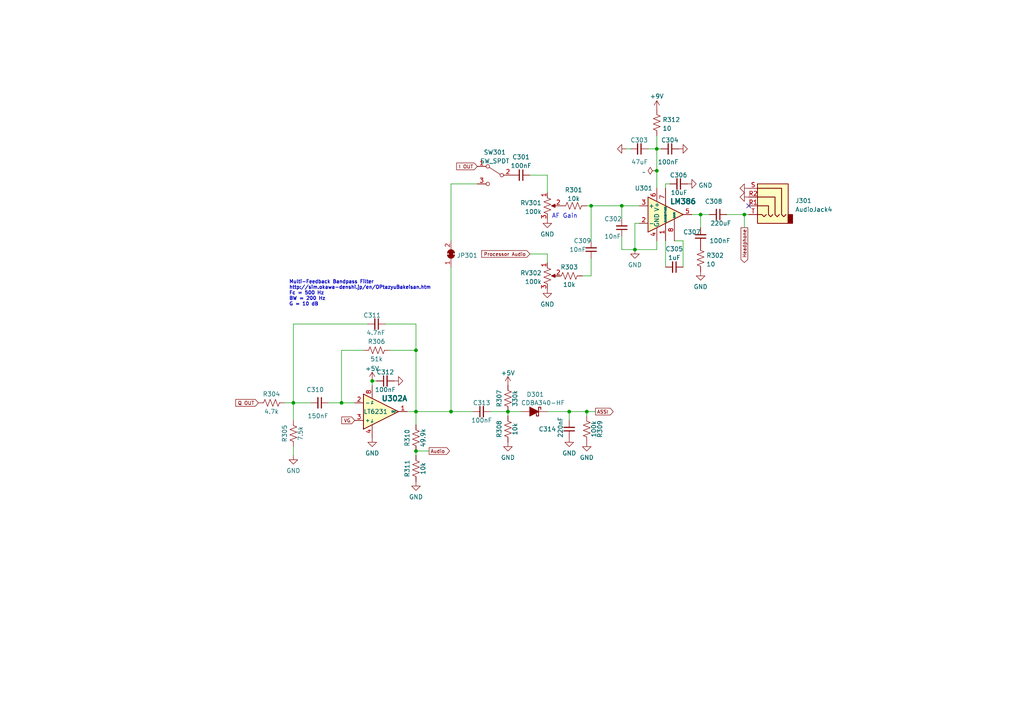
<source format=kicad_sch>
(kicad_sch (version 20211123) (generator eeschema)
  (paper "A4")
  (title_block (title "SignalSnagger") (date "2023-11-09") (rev "0.15"))
  (lib_symbols
    (symbol "Amplifier_Audio:LM386" (pin_names (offset 0.127))
      (property "Reference" "U" (at 1.27 7.62 0))
      (property "Value" "LM386" (at 1.27 5.08 0))
      (symbol "LM386_0_1"
        (polyline (pts (xy 5.08 0) (xy -5.08 5.08) (xy -5.08 -5.08) (xy 5.08 0)) (stroke (width 0.254)) (fill (type background)))
      )
      (symbol "LM386_1_1"
        (pin input line (at 0 -7.62 90) (length 5.08) (name "GAIN") (number "1"))
        (pin input line (at -7.62 -2.54 0) (length 2.54) (name "-") (number "2"))
        (pin input line (at -7.62 2.54 0) (length 2.54) (name "+") (number "3"))
        (pin power_in line (at -2.54 -7.62 90) (length 3.81) (name "GND") (number "4"))
        (pin output line (at 7.62 0 180) (length 2.54) (name "~") (number "5"))
        (pin power_in line (at -2.54 7.62 270) (length 3.81) (name "V+") (number "6"))
        (pin input line (at 0 7.62 270) (length 5.08) (name "BYPASS") (number "7"))
        (pin input line (at 2.54 -7.62 90) (length 6.35) (name "GAIN") (number "8"))
      )
    )
    (symbol "Amplifier_Operational:LT6231"
      (property "Reference" "U?" (at 5.08 5.08 0))
      (property "Value" "LT6231" (at 7.62 2.54 0))
      (symbol "LT6231_1_1"
        (polyline (pts (xy -5.08 5.08) (xy 5.08 0) (xy -5.08 -5.08) (xy -5.08 5.08)) (stroke (width 0.254)) (fill (type background)))
        (pin output line (at 7.62 0 180) (length 2.54) (name "OUT") (number "1"))
        (pin input line (at -7.62 -2.54 0) (length 2.54) (name "-") (number "2"))
        (pin input line (at -7.62 2.54 0) (length 2.54) (name "+") (number "3"))
        (pin power_in line (at -2.54 7.62 270) (length 3.81) (name "V-") (number "4"))
        (pin power_in line (at -2.54 -7.62 90) (length 3.81) (name "V+") (number "8"))
      )
      (symbol "LT6231_2_1"
        (polyline (pts (xy -5.08 5.08) (xy 5.08 0) (xy -5.08 -5.08) (xy -5.08 5.08)) (stroke (width 0.254)) (fill (type background)))
        (pin input line (at -7.62 2.54 0) (length 2.54) (name "+") (number "5"))
        (pin input line (at -7.62 -2.54 0) (length 2.54) (name "-") (number "6"))
        (pin output line (at 7.62 0 180) (length 2.54) (name "OUT") (number "7"))
      )
    )
    (symbol "Connector:AudioJack4"
      (property "Reference" "J" (at 0 8.89 0))
      (property "Value" "AudioJack4" (at 0 6.35 0))
      (symbol "AudioJack4_0_1"
        (rectangle (start -6.35 -5.08) (end -7.62 -7.62) (stroke (width 0.254)) (fill (type outline)))
        (polyline (pts (xy 0 -5.08) (xy 0.635 -5.715) (xy 1.27 -5.08) (xy 2.54 -5.08)) (stroke (width 0.254)))
        (polyline (pts (xy -5.715 -5.08) (xy -5.08 -5.715) (xy -4.445 -5.08) (xy -4.445 2.54) (xy 2.54 2.54)) (stroke (width 0.254)))
        (polyline (pts (xy -1.905 -5.08) (xy -1.27 -5.715) (xy -0.635 -5.08) (xy -0.635 -2.54) (xy 2.54 -2.54)) (stroke (width 0.254)))
        (polyline (pts (xy 2.54 0) (xy -2.54 0) (xy -2.54 -5.08) (xy -3.175 -5.715) (xy -3.81 -5.08)) (stroke (width 0.254)))
        (rectangle (start 2.54 3.81) (end -6.35 -7.62) (stroke (width 0.254)) (fill (type background)))
      )
      (symbol "AudioJack4_1_1"
        (pin passive line (at 5.08 -2.54 180) (length 2.54) (name "~") (number "R1"))
        (pin passive line (at 5.08 0 180) (length 2.54) (name "~") (number "R2"))
        (pin passive line (at 5.08 2.54 180) (length 2.54) (name "~") (number "S"))
        (pin passive line (at 5.08 -5.08 180) (length 2.54) (name "~") (number "T"))
      )
    )
    (symbol "Device:C_Small" (pin_numbers hide) (pin_names (offset 0.254) hide)
      (property "Reference" "C" (at 0.254 1.778 0))
      (property "Value" "C_Small" (at 0.254 -2.032 0))
      (symbol "C_Small_0_1"
        (polyline (pts (xy -1.524 -0.508) (xy 1.524 -0.508)) (stroke (width 0.3302)))
        (polyline (pts (xy -1.524 0.508) (xy 1.524 0.508)) (stroke (width 0.3048)))
      )
      (symbol "C_Small_1_1"
        (pin passive line (at 0 2.54 270) (length 2.032) (name "~") (number "1"))
        (pin passive line (at 0 -2.54 90) (length 2.032) (name "~") (number "2"))
      )
    )
    (symbol "Device:R_Potentiometer_US" (pin_names (offset 1.016) hide)
      (property "Reference" "RV" (at -4.445 0 90))
      (property "Value" "R_Potentiometer_US" (at -2.54 0 90))
      (symbol "R_Potentiometer_US_0_1"
        (polyline (pts (xy 0 -2.286) (xy 0 -2.54)))
        (polyline (pts (xy 0 2.54) (xy 0 2.286)))
        (polyline (pts (xy 2.54 0) (xy 1.524 0)))
        (polyline (pts (xy 1.143 0) (xy 2.286 0.508) (xy 2.286 -0.508) (xy 1.143 0)) (fill (type outline)))
        (polyline (pts (xy 0 -0.762) (xy 1.016 -1.143) (xy 0 -1.524) (xy -1.016 -1.905) (xy 0 -2.286)))
        (polyline (pts (xy 0 0.762) (xy 1.016 0.381) (xy 0 0) (xy -1.016 -0.381) (xy 0 -0.762)))
        (polyline (pts (xy 0 2.286) (xy 1.016 1.905) (xy 0 1.524) (xy -1.016 1.143) (xy 0 0.762)))
      )
      (symbol "R_Potentiometer_US_1_1"
        (pin passive line (at 0 3.81 270) (length 1.27) (name "1") (number "1"))
        (pin passive line (at 3.81 0 180) (length 1.27) (name "2") (number "2"))
        (pin passive line (at 0 -3.81 90) (length 1.27) (name "3") (number "3"))
      )
    )
    (symbol "Device:R_US" (pin_numbers hide) (pin_names (offset 0))
      (property "Reference" "R" (at 2.54 0 90))
      (property "Value" "R_US" (at -2.54 0 90))
      (symbol "R_US_0_1"
        (polyline (pts (xy 0 -2.286) (xy 0 -2.54)))
        (polyline (pts (xy 0 2.286) (xy 0 2.54)))
        (polyline (pts (xy 0 -0.762) (xy 1.016 -1.143) (xy 0 -1.524) (xy -1.016 -1.905) (xy 0 -2.286)))
        (polyline (pts (xy 0 0.762) (xy 1.016 0.381) (xy 0 0) (xy -1.016 -0.381) (xy 0 -0.762)))
        (polyline (pts (xy 0 2.286) (xy 1.016 1.905) (xy 0 1.524) (xy -1.016 1.143) (xy 0 0.762)))
      )
      (symbol "R_US_1_1"
        (pin passive line (at 0 3.81 270) (length 1.27) (name "~") (number "1"))
        (pin passive line (at 0 -3.81 90) (length 1.27) (name "~") (number "2"))
      )
    )
    (symbol "Diode:CDBA340-HF" (pin_numbers hide) (pin_names hide)
      (property "Reference" "D" (at 0 2.54 0))
      (property "Value" "CDBA340-HF" (at 0 -2.54 0))
      (symbol "CDBA340-HF_0_1"
        (polyline (pts (xy 1.27 0) (xy -1.27 0)))
        (polyline (pts (xy 1.27 1.27) (xy 1.27 -1.27) (xy -1.27 0) (xy 1.27 1.27)) (stroke (width 0.254)) (fill (type outline)))
        (polyline (pts (xy -1.905 0.635) (xy -1.905 1.27) (xy -1.27 1.27) (xy -1.27 -1.27) (xy -0.635 -1.27) (xy -0.635 -0.635)) (stroke (width 0.254)))
      )
      (symbol "CDBA340-HF_1_1"
        (pin passive line (at -3.81 0 0) (length 2.54) (name "K") (number "1"))
        (pin passive line (at 3.81 0 180) (length 2.54) (name "A") (number "2"))
      )
    )
    (symbol "Jumper:SolderJumper_2_Bridged" (pin_names (offset 0) hide)
      (property "Reference" "JP" (at 0 2.032 0))
      (property "Value" "SolderJumper_2_Bridged" (at 0 -2.54 0))
      (symbol "SolderJumper_2_Bridged_0_1"
        (rectangle (start -0.508 0.508) (end 0.508 -0.508) (fill (type outline)))
        (arc (start -0.254 1.016) (mid -1.27 0) (end -0.254 -1.016))
        (arc (start -0.254 1.016) (mid -1.27 0) (end -0.254 -1.016) (fill (type outline)))
        (polyline (pts (xy -0.254 1.016) (xy -0.254 -1.016)))
        (polyline (pts (xy 0.254 1.016) (xy 0.254 -1.016)))
        (arc (start 0.254 -1.016) (mid 1.27 0) (end 0.254 1.016))
        (arc (start 0.254 -1.016) (mid 1.27 0) (end 0.254 1.016) (fill (type outline)))
      )
      (symbol "SolderJumper_2_Bridged_1_1"
        (pin passive line (at -3.81 0 0) (length 2.54) (name "A") (number "1"))
        (pin passive line (at 3.81 0 180) (length 2.54) (name "B") (number "2"))
      )
    )
    (symbol "Switch:SW_SPDT" (pin_names (offset 0) hide)
      (property "Reference" "SW" (at 0 4.318 0))
      (property "Value" "SW_SPDT" (at 0 -5.08 0))
      (symbol "SW_SPDT_0_0"
        (circle (center -2.032 0) (radius 0.508))
        (circle (center 2.032 -2.54) (radius 0.508))
      )
      (symbol "SW_SPDT_0_1"
        (polyline (pts (xy -1.524 0.254) (xy 1.651 2.286)))
        (circle (center 2.032 2.54) (radius 0.508))
      )
      (symbol "SW_SPDT_1_1"
        (pin passive line (at 5.08 2.54 180) (length 2.54) (name "A") (number "1"))
        (pin passive line (at -5.08 0 0) (length 2.54) (name "B") (number "2"))
        (pin passive line (at 5.08 -2.54 180) (length 2.54) (name "C") (number "3"))
      )
    )
    (symbol "power:+5V" (power) (pin_names (offset 0))
      (property "Value" "+5V" (at 0 3.556 0))
      (symbol "+5V_0_1"
        (polyline (pts (xy -0.762 1.27) (xy 0 2.54)))
        (polyline (pts (xy 0 0) (xy 0 2.54)))
        (polyline (pts (xy 0 2.54) (xy 0.762 1.27)))
      )
      (symbol "+5V_1_1"
        (pin power_in line (at 0 0 90) (length 0) hide (name "+5V") (number "1"))
      )
    )
    (symbol "power:+9V" (power) (pin_names (offset 0))
      (property "Value" "+9V" (at 0 3.556 0))
      (symbol "+9V_0_1"
        (polyline (pts (xy -0.762 1.27) (xy 0 2.54)))
        (polyline (pts (xy 0 0) (xy 0 2.54)))
        (polyline (pts (xy 0 2.54) (xy 0.762 1.27)))
      )
      (symbol "+9V_1_1"
        (pin power_in line (at 0 0 90) (length 0) hide (name "+9V") (number "1"))
      )
    )
    (symbol "power:GND" (power) (pin_names (offset 0))
      (property "Value" "GND" (at 0 -3.81 0))
      (symbol "GND_0_1"
        (polyline (pts (xy 0 0) (xy 0 -1.27) (xy 1.27 -1.27) (xy 0 -2.54) (xy -1.27 -1.27) (xy 0 -1.27)))
      )
      (symbol "GND_1_1"
        (pin power_in line (at 0 0 270) (length 0) hide (name "GND") (number "1"))
      )
    )
    (symbol "power:PWR_FLAG" (power) (pin_numbers hide) (pin_names (offset 0) hide)
      (property "Value" "PWR_FLAG" (at 0 3.81 0))
      (symbol "PWR_FLAG_0_0"
        (pin power_out line (at 0 0 90) (length 0) (name "pwr") (number "1"))
      )
      (symbol "PWR_FLAG_0_1"
        (polyline (pts (xy 0 0) (xy 0 1.27) (xy -1.016 1.905) (xy 0 2.54) (xy 1.016 1.905) (xy 0 1.27)))
      )
    )
  )
  (junction (at 120.65 130.81))
  (junction (at 99.06 116.84))
  (junction (at 170.18 119.38))
  (junction (at 120.65 101.6))
  (junction (at 190.5 43.18))
  (junction (at 190.5 49.53))
  (junction (at 107.95 110.49))
  (junction (at 130.81 119.38))
  (junction (at 120.65 119.38))
  (junction (at 147.32 119.38))
  (junction (at 171.45 59.69))
  (junction (at 85.09 116.84))
  (junction (at 203.2 62.23))
  (junction (at 215.9 62.23))
  (junction (at 184.15 72.39))
  (junction (at 165.1 119.38))
  (junction (at 180.34 59.69))
  (no_connect (at 217.17 59.69))
  (wire (pts (xy 170.18 119.38) (xy 172.72 119.38)))
  (wire (pts (xy 105.41 101.6) (xy 99.06 101.6)))
  (wire (pts (xy 180.34 72.39) (xy 184.15 72.39)))
  (wire (pts (xy 85.09 129.54) (xy 85.09 132.08)))
  (wire (pts (xy 182.88 43.18) (xy 181.61 43.18)))
  (wire (pts (xy 193.04 53.34) (xy 194.31 53.34)))
  (wire (pts (xy 190.5 39.37) (xy 190.5 43.18)))
  (wire (pts (xy 120.65 119.38) (xy 130.81 119.38)))
  (wire (pts (xy 99.06 101.6) (xy 99.06 116.84)))
  (wire (pts (xy 170.18 119.38) (xy 165.1 119.38)))
  (wire (pts (xy 170.18 120.65) (xy 170.18 119.38)))
  (wire (pts (xy 158.75 50.8) (xy 158.75 55.88)))
  (wire (pts (xy 200.66 62.23) (xy 203.2 62.23)))
  (wire (pts (xy 187.96 43.18) (xy 190.5 43.18)))
  (wire (pts (xy 193.04 69.85) (xy 193.04 77.47)))
  (wire (pts (xy 190.5 72.39) (xy 190.5 69.85)))
  (wire (pts (xy 113.03 101.6) (xy 120.65 101.6)))
  (wire (pts (xy 210.82 62.23) (xy 215.9 62.23)))
  (wire (pts (xy 190.5 43.18) (xy 191.77 43.18)))
  (wire (pts (xy 158.75 73.66) (xy 158.75 76.2)))
  (wire (pts (xy 109.22 110.49) (xy 107.95 110.49)))
  (wire (pts (xy 99.06 116.84) (xy 102.87 116.84)))
  (wire (pts (xy 120.65 119.38) (xy 120.65 101.6)))
  (wire (pts (xy 147.32 120.65) (xy 147.32 119.38)))
  (wire (pts (xy 171.45 80.01) (xy 171.45 74.93)))
  (wire (pts (xy 130.81 77.47) (xy 130.81 119.38)))
  (wire (pts (xy 107.95 110.49) (xy 107.95 111.76)))
  (wire (pts (xy 184.15 72.39) (xy 190.5 72.39)))
  (wire (pts (xy 137.16 119.38) (xy 130.81 119.38)))
  (wire (pts (xy 198.12 77.47) (xy 198.12 69.85)))
  (wire (pts (xy 180.34 59.69) (xy 185.42 59.69)))
  (wire (pts (xy 184.15 64.77) (xy 184.15 72.39)))
  (wire (pts (xy 215.9 62.23) (xy 217.17 62.23)))
  (wire (pts (xy 158.75 119.38) (xy 165.1 119.38)))
  (wire (pts (xy 95.25 116.84) (xy 99.06 116.84)))
  (wire (pts (xy 153.67 50.8) (xy 158.75 50.8)))
  (wire (pts (xy 215.9 62.23) (xy 215.9 66.04)))
  (wire (pts (xy 190.5 49.53) (xy 190.5 43.18)))
  (wire (pts (xy 120.65 101.6) (xy 120.65 93.98)))
  (wire (pts (xy 120.65 119.38) (xy 120.65 123.19)))
  (wire (pts (xy 147.32 119.38) (xy 151.13 119.38)))
  (wire (pts (xy 180.34 63.5) (xy 180.34 59.69)))
  (wire (pts (xy 180.34 68.58) (xy 180.34 72.39)))
  (wire (pts (xy 198.12 69.85) (xy 195.58 69.85)))
  (wire (pts (xy 120.65 119.38) (xy 118.11 119.38)))
  (wire (pts (xy 203.2 62.23) (xy 205.74 62.23)))
  (wire (pts (xy 130.81 53.34) (xy 130.81 69.85)))
  (wire (pts (xy 82.55 116.84) (xy 85.09 116.84)))
  (wire (pts (xy 171.45 59.69) (xy 171.45 69.85)))
  (wire (pts (xy 106.68 93.98) (xy 85.09 93.98)))
  (wire (pts (xy 203.2 62.23) (xy 203.2 66.04)))
  (wire (pts (xy 138.43 53.34) (xy 130.81 53.34)))
  (wire (pts (xy 165.1 119.38) (xy 165.1 121.92)))
  (wire (pts (xy 120.65 130.81) (xy 124.46 130.81)))
  (wire (pts (xy 193.04 54.61) (xy 193.04 53.34)))
  (wire (pts (xy 85.09 116.84) (xy 85.09 121.92)))
  (wire (pts (xy 111.76 93.98) (xy 120.65 93.98)))
  (wire (pts (xy 162.56 80.01) (xy 161.29 80.01)))
  (wire (pts (xy 190.5 54.61) (xy 190.5 49.53)))
  (wire (pts (xy 168.91 80.01) (xy 171.45 80.01)))
  (wire (pts (xy 153.67 73.66) (xy 158.75 73.66)))
  (wire (pts (xy 180.34 59.69) (xy 171.45 59.69)))
  (wire (pts (xy 185.42 64.77) (xy 184.15 64.77)))
  (wire (pts (xy 170.18 59.69) (xy 171.45 59.69)))
  (wire (pts (xy 85.09 93.98) (xy 85.09 116.84)))
  (wire (pts (xy 120.65 132.08) (xy 120.65 130.81)))
  (wire (pts (xy 85.09 116.84) (xy 90.17 116.84)))
  (wire (pts (xy 142.24 119.38) (xy 147.32 119.38)))
  (text "Multi-Feedback Bandpass Filter\nhttp://sim.okawa-denshi.jp/en/OPtazyuBakeisan.htm\nFc = 500 Hz\nBW = 200 Hz\nG = 10 dB" (at 83.82 88.9 0) (effects (font (size 1 1) (thickness 0.2) bold) (justify left bottom)))
  (text "AF Gain" (at 160.02 63.5 0) (effects (font (size 1.27 1.27)) (justify left bottom)))
  (global_label "Headphone" (shape output) (at 215.9 66.04 270) (effects (font (size 1 1))) (property "Intersheet References" "${INTERSHEET_REFS}" (effects hide)))
  (global_label "Audio" (shape output) (at 124.46 130.81 0) (effects (font (size 1 1))) (property "Intersheet References" "${INTERSHEET_REFS}" (effects hide)))
  (global_label "ASSI" (shape output) (at 172.72 119.38 0) (effects (font (size 1 1))) (property "Intersheet References" "${INTERSHEET_REFS}" (effects hide)))
  (global_label "Q OUT" (shape input) (at 74.93 116.84 180) (effects (font (size 1 1))) (property "Intersheet References" "${INTERSHEET_REFS}" (effects hide)))
  (global_label "Processor Audio" (shape input) (at 153.67 73.66 180) (effects (font (size 0.9906 0.9906))) (property "Intersheet References" "${INTERSHEET_REFS}" (effects hide)))
  (global_label "VG" (shape input) (at 102.87 121.92 180) (effects (font (size 1 1))) (property "Intersheet References" "${INTERSHEET_REFS}" (effects hide)))
  (global_label "I OUT" (shape input) (at 138.43 48.26 180) (effects (font (size 1 1))) (property "Intersheet References" "${INTERSHEET_REFS}" (effects hide)))
  (symbol (lib_id "Device:C_Small") (at 194.31 43.18 270) (unit 1)
    (property "Reference" "C304" (at 196.85 40.64 90) (effects (justify right)))
    (property "Value" "100nF" (at 196.85 46.99 90) (effects (justify right)))
  )
  (symbol (lib_id "power:GND") (at 170.18 128.27 0) (unit 1)
    (property "Reference" "#PWR0318" (effects hide))
    (property "Value" "GND" (at 170.18 132.7134 0))
  )
  (symbol (lib_id "Jumper:SolderJumper_2_Bridged") (at 130.81 73.66 90) (unit 1)
    (property "Reference" "JP301" (at 132.461 74.0938 90) (effects (justify right)))
  )
  (symbol (lib_id "Device:R_US") (at 170.18 124.46 0) (unit 1)
    (property "Reference" "R309" (at 173.99 124.46 90))
    (property "Value" "100k" (at 172.2319 124.46 90))
  )
  (symbol (lib_id "Device:C_Small") (at 165.1 124.46 180) (unit 1)
    (property "Reference" "C314" (at 156.21 124.46 0) (effects (justify right)))
    (property "Value" "220nF" (at 162.56 127 90) (effects (justify right)))
  )
  (symbol (lib_id "Device:C_Small") (at 180.34 66.04 180) (unit 1)
    (property "Reference" "C302" (at 175.26 63.5 0) (effects (justify right)))
    (property "Value" "10nF" (at 175.26 68.58 0) (effects (justify right)))
  )
  (symbol (lib_id "Device:C_Small") (at 185.42 43.18 270) (unit 1)
    (property "Reference" "C303" (at 187.96 40.64 90) (effects (justify right)))
    (property "Value" "47uF" (at 187.96 46.99 90) (effects (justify right)))
  )
  (symbol (lib_id "power:GND") (at 199.39 53.34 90) (unit 1)
    (property "Reference" "#PWR0306" (effects hide))
    (property "Value" "GND" (at 202.565 53.7738 90) (effects (justify right)))
  )
  (symbol (lib_id "Device:C_Small") (at 203.2 68.58 180) (unit 1)
    (property "Reference" "C307" (at 198.12 67.31 0) (effects (justify right)))
    (property "Value" "100nF" (at 205.74 69.85 0) (effects (justify right)))
  )
  (symbol (lib_id "Device:R_Potentiometer_US") (at 158.75 59.69 0) (unit 1)
    (property "Reference" "RV301" (at 157.0991 58.8553 0) (effects (justify right)))
    (property "Value" "100k" (at 157.0991 61.3922 0) (effects (justify right)))
  )
  (symbol (lib_id "power:GND") (at 165.1 127 0) (unit 1)
    (property "Reference" "#PWR0317" (effects hide))
    (property "Value" "GND" (at 165.1 131.4434 0))
  )
  (symbol (lib_id "Device:R_US") (at 166.37 59.69 90) (unit 1)
    (property "Reference" "R301" (at 166.37 55.1012 90))
    (property "Value" "10k" (at 166.37 57.6381 90))
  )
  (symbol (lib_id "power:GND") (at 181.61 43.18 270) (unit 1)
    (property "Reference" "#PWR0302" (effects hide))
    (property "Value" "GND" (effects hide))
  )
  (symbol (lib_id "Connector:AudioJack4") (at 222.25 57.15 0) (mirror y) (unit 1)
    (property "Reference" "J301" (at 230.632 58.2203 0) (effects (justify right)))
    (property "Value" "AudioJack4" (at 230.632 60.7572 0) (effects (justify right)))
  )
  (symbol (lib_id "Device:C_Small") (at 111.76 110.49 90) (unit 1)
    (property "Reference" "C312" (at 111.76 107.95 90))
    (property "Value" "100nF" (at 111.76 113.03 90))
  )
  (symbol (lib_id "power:GND") (at 196.85 43.18 90) (mirror x) (unit 1)
    (property "Reference" "#PWR0305" (effects hide))
    (property "Value" "GND" (effects hide))
  )
  (symbol (lib_id "Diode:CDBA340-HF") (at 154.94 119.38 0) (mirror y) (unit 1)
    (property "Reference" "D301" (at 155.2575 114.4102 0))
    (property "Value" "CDBA340-HF" (at 157.48 116.84 0))
    (property "Footprint" "Diode_SMD:D_SMA" (effects hide))
    (property "Datasheet" "https://www.comchiptech.com/admin/files/product/CDBA340-HF%20Thru193640.%20CDBA3100-HF%20RevB.pdf" (effects hide))
  )
  (symbol (lib_id "power:GND") (at 107.95 127 0) (unit 1)
    (property "Reference" "#PWR0313" (effects hide))
    (property "Value" "GND" (at 107.95 131.4434 0))
  )
  (symbol (lib_id "Device:C_Small") (at 92.71 116.84 270) (unit 1)
    (property "Reference" "C310" (at 93.98 113.03 90) (effects (justify right)))
    (property "Value" "150nF" (at 95.25 120.65 90) (effects (justify right)))
  )
  (symbol (lib_id "power:GND") (at 158.75 63.5 0) (unit 1)
    (property "Reference" "#PWR0301" (effects hide))
    (property "Value" "GND" (at 158.75 67.9434 0))
  )
  (symbol (lib_id "Amplifier_Audio:LM386") (at 193.04 62.23 0) (unit 1)
    (property "Reference" "U301" (at 186.69 54.61 0))
    (property "Value" "LM386" (at 198.12 58.42 0) (effects (font (size 1.524 1.524) bold)))
    (property "Datasheet" "http://www.ti.com/lit/ds/symlink/lm386.pdf" (effects hide))
  )
  (symbol (lib_id "Device:C_Small") (at 151.13 50.8 270) (unit 1)
    (property "Reference" "C301" (at 151.1236 45.5381 90))
    (property "Value" "100nF" (at 151.1236 48.075 90))
  )
  (symbol (lib_id "Device:R_US") (at 85.09 125.73 0) (unit 1)
    (property "Reference" "R305" (at 82.55 125.73 90))
    (property "Value" "7.5k" (at 87.1419 125.73 90))
  )
  (symbol (lib_id "Amplifier_Operational:LT6231") (at 110.49 119.38 0) (mirror x) (unit 1)
    (property "Reference" "U302" (at 110.49 115.57 0) (effects (font (size 1.524 1.524) bold) (justify left)))
    (property "Value" "LT6231" (at 105.41 119.38 0) (effects (justify left)))
    (property "Footprint" "Package_TO_SOT_SMD:TSOT-23-6" (effects hide))
    (property "Datasheet" "https://www.analog.com/media/en/technical-documentation/data-sheets/623012fc.pdf" (effects hide))
  )
  (symbol (lib_id "power:GND") (at 85.09 132.08 0) (unit 1)
    (property "Reference" "#PWR0311" (effects hide))
    (property "Value" "GND" (at 85.09 136.5234 0))
  )
  (symbol (lib_id "power:GND") (at 203.2 78.74 0) (unit 1)
    (property "Reference" "#PWR0307" (effects hide))
    (property "Value" "GND" (at 203.2 83.1834 0))
  )
  (symbol (lib_id "Device:R_US") (at 203.2 74.93 0) (unit 1)
    (property "Reference" "R302" (at 204.851 74.0953 0) (effects (justify left)))
    (property "Value" "10" (at 204.851 76.6322 0) (effects (justify left)))
  )
  (symbol (lib_id "Device:R_US") (at 165.1 80.01 90) (unit 1)
    (property "Reference" "R303" (at 165.1 77.47 90))
    (property "Value" "10k" (at 165.1 82.55 90))
  )
  (symbol (lib_id "Device:R_Potentiometer_US") (at 158.75 80.01 0) (unit 1)
    (property "Reference" "RV302" (at 157.0991 79.1753 0) (effects (justify right)))
    (property "Value" "100k" (at 157.0991 81.7122 0) (effects (justify right)))
  )
  (symbol (lib_id "power:+5V") (at 147.32 111.76 0) (unit 1)
    (property "Reference" "#PWR0315" (effects hide))
    (property "Value" "+5V" (at 147.32 108.1842 0))
  )
  (symbol (lib_id "power:GND") (at 217.17 57.15 270) (unit 1)
    (property "Reference" "#PWR0309" (effects hide))
    (property "Value" "GND" (effects hide))
  )
  (symbol (lib_id "Device:C_Small") (at 171.45 72.39 180) (unit 1)
    (property "Reference" "C309" (at 166.37 69.85 0) (effects (justify right)))
    (property "Value" "10nF" (at 165.1 72.39 0) (effects (justify right)))
  )
  (symbol (lib_id "power:GND") (at 120.65 139.7 0) (unit 1)
    (property "Reference" "#PWR0319" (effects hide))
    (property "Value" "GND" (at 120.65 144.1434 0))
  )
  (symbol (lib_id "Device:R_US") (at 78.74 116.84 90) (unit 1)
    (property "Reference" "R304" (at 78.74 114.3 90))
    (property "Value" "4.7k" (at 78.74 119.38 90))
  )
  (symbol (lib_id "Device:R_US") (at 147.32 115.57 0) (unit 1)
    (property "Reference" "R307" (at 144.78 115.57 90))
    (property "Value" "330k" (at 149.3719 115.57 90))
  )
  (symbol (lib_id "power:+5V") (at 107.95 110.49 0) (unit 1)
    (property "Reference" "#PWR0312" (effects hide))
    (property "Value" "+5V" (at 107.95 106.9142 0))
  )
  (symbol (lib_id "power:PWR_FLAG") (at 190.5 49.53 90) (unit 1)
    (property "Reference" "#FLG0301" (effects hide))
  )
  (symbol (lib_id "Device:R_US") (at 109.22 101.6 90) (unit 1)
    (property "Reference" "R306" (at 109.22 99.06 90))
    (property "Value" "51k" (at 109.22 104.14 90))
  )
  (symbol (lib_id "power:GND") (at 147.32 128.27 0) (unit 1)
    (property "Reference" "#PWR0316" (effects hide))
    (property "Value" "GND" (at 147.32 132.7134 0))
  )
  (symbol (lib_id "Device:C_Small") (at 139.7 119.38 90) (unit 1)
    (property "Reference" "C313" (at 139.7 116.84 90))
    (property "Value" "100nF" (at 139.7 121.92 90))
  )
  (symbol (lib_id "power:+9V") (at 190.5 31.75 0) (unit 1)
    (property "Reference" "#PWR0304" (effects hide))
    (property "Value" "+9V" (at 190.5 27.94 0))
  )
  (symbol (lib_id "power:GND") (at 184.15 72.39 0) (unit 1)
    (property "Reference" "#PWR0303" (effects hide))
    (property "Value" "GND" (at 184.15 76.8334 0))
  )
  (symbol (lib_id "Device:C_Small") (at 195.58 77.47 270) (unit 1)
    (property "Reference" "C305" (at 195.5736 72.2081 90))
    (property "Value" "1uF" (at 195.5736 74.745 90))
  )
  (symbol (lib_id "power:GND") (at 217.17 54.61 270) (unit 1)
    (property "Reference" "#PWR0308" (effects hide))
    (property "Value" "GND" (effects hide))
  )
  (symbol (lib_id "Device:C_Small") (at 109.22 93.98 270) (unit 1)
    (property "Reference" "C311" (at 110.49 91.44 90) (effects (justify right)))
    (property "Value" "4.7nF" (at 111.76 96.52 90) (effects (justify right)))
  )
  (symbol (lib_id "Device:R_US") (at 120.65 127 0) (unit 1)
    (property "Reference" "R310" (at 118.11 127 90))
    (property "Value" "49.9k" (at 122.7019 127 90))
  )
  (symbol (lib_id "Device:R_US") (at 120.65 135.89 0) (unit 1)
    (property "Reference" "R311" (at 118.11 135.89 90))
    (property "Value" "10k" (at 122.7019 135.89 90))
  )
  (symbol (lib_id "power:GND") (at 158.75 83.82 0) (unit 1)
    (property "Reference" "#PWR0310" (effects hide))
    (property "Value" "GND" (at 158.75 88.2634 0))
  )
  (symbol (lib_id "Device:R_US") (at 190.5 35.56 0) (unit 1)
    (property "Reference" "R312" (at 192.151 34.7253 0) (effects (justify left)))
    (property "Value" "10" (at 192.151 37.2622 0) (effects (justify left)))
  )
  (symbol (lib_id "Device:C_Small") (at 208.28 62.23 270) (unit 1)
    (property "Reference" "C308" (at 209.55 58.42 90) (effects (justify right)))
    (property "Value" "220uF" (at 212.09 64.77 90) (effects (justify right)))
  )
  (symbol (lib_id "Device:C_Small") (at 196.85 53.34 270) (unit 1)
    (property "Reference" "C306" (at 199.39 50.8 90) (effects (justify right)))
    (property "Value" "10uF" (at 199.39 55.88 90) (effects (justify right)))
  )
  (symbol (lib_id "Device:R_US") (at 147.32 124.46 0) (unit 1)
    (property "Reference" "R308" (at 144.78 124.46 90))
    (property "Value" "10k" (at 149.3719 124.46 90))
  )
  (symbol (lib_id "Switch:SW_SPDT") (at 143.51 50.8 0) (mirror y) (unit 1)
    (property "Reference" "SW301" (at 143.51 44.1792 0))
    (property "Value" "SW_SPDT" (at 143.51 46.7161 0))
  )
  (symbol (lib_id "power:GND") (at 114.3 110.49 90) (mirror x) (unit 1)
    (property "Reference" "#PWR0314" (effects hide))
    (property "Value" "GND" (effects hide))
  )
)
</source>
